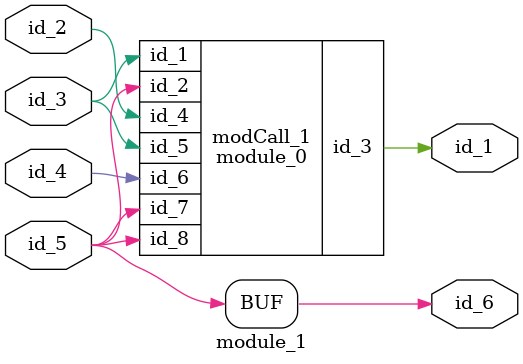
<source format=v>
module module_0 (
    id_1,
    id_2,
    id_3,
    id_4,
    id_5,
    id_6,
    id_7,
    id_8
);
  input wire id_8;
  input wire id_7;
  input wire id_6;
  input wire id_5;
  input wire id_4;
  output wire id_3;
  input wire id_2;
  input wire id_1;
  assign id_3 = 1;
endmodule
module module_1 (
    id_1,
    id_2,
    id_3,
    id_4,
    id_5,
    id_6
);
  output wire id_6;
  input wire id_5;
  inout wire id_4;
  input wire id_3;
  inout wire id_2;
  output wire id_1;
  assign id_6 = id_5;
  module_0 modCall_1 (
      id_3,
      id_5,
      id_1,
      id_2,
      id_3,
      id_4,
      id_5,
      id_5
  );
endmodule

</source>
